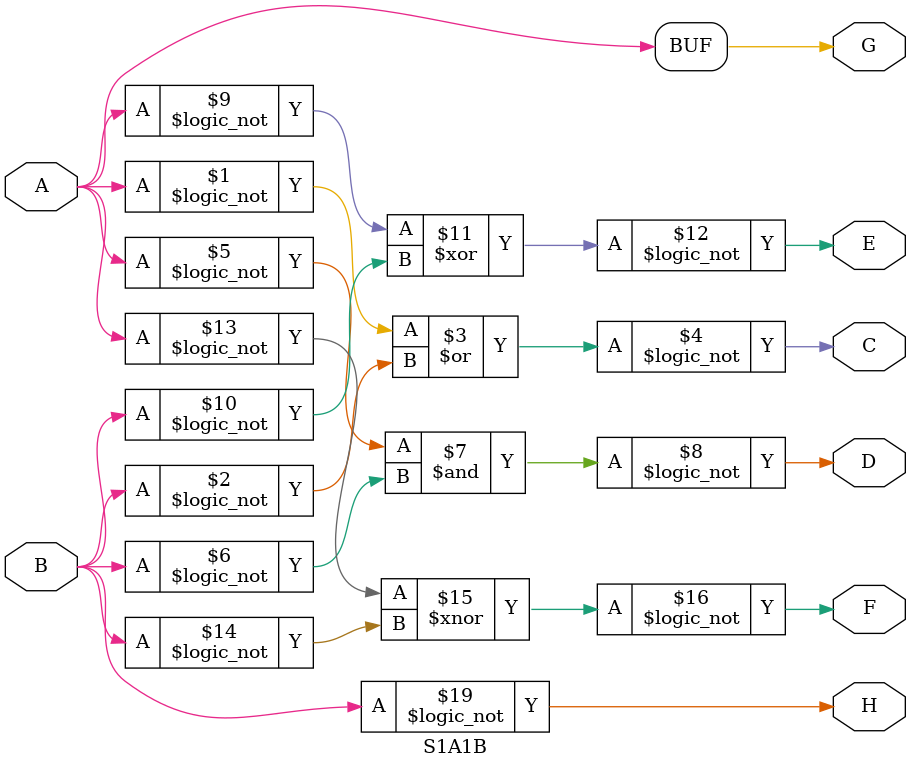
<source format=v>
module S1A1B 
	 (
		input 	A,
		input 	B,

		output 	C,
		output	D,
		output	E,
		output	F,
		output	G,
		output	H
	 );
        
		  assign C = !(!A | !B);
		  assign D = !(!A & !B);
		  assign E = !(!A ^ !B);
		  assign F = !(!A ~^ !B);
		  assign G = !(!A);
		  assign H = !(B);
    endmodule
</source>
